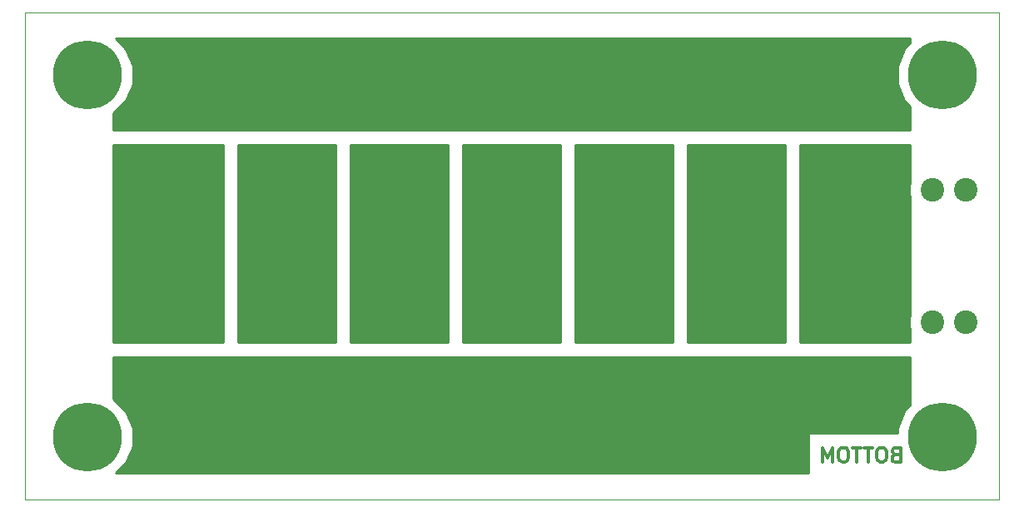
<source format=gbr>
G04 #@! TF.FileFunction,Copper,L2,Bot,Signal*
%FSLAX46Y46*%
G04 Gerber Fmt 4.6, Leading zero omitted, Abs format (unit mm)*
G04 Created by KiCad (PCBNEW 4.0.6) date 06/22/17 12:13:26*
%MOMM*%
%LPD*%
G01*
G04 APERTURE LIST*
%ADD10C,0.100000*%
%ADD11C,0.300000*%
%ADD12C,7.000000*%
%ADD13C,2.400000*%
%ADD14C,4.572000*%
%ADD15C,0.250000*%
%ADD16C,0.254000*%
G04 APERTURE END LIST*
D10*
D11*
X179994286Y-122447857D02*
X179780000Y-122519286D01*
X179708572Y-122590714D01*
X179637143Y-122733571D01*
X179637143Y-122947857D01*
X179708572Y-123090714D01*
X179780000Y-123162143D01*
X179922858Y-123233571D01*
X180494286Y-123233571D01*
X180494286Y-121733571D01*
X179994286Y-121733571D01*
X179851429Y-121805000D01*
X179780000Y-121876429D01*
X179708572Y-122019286D01*
X179708572Y-122162143D01*
X179780000Y-122305000D01*
X179851429Y-122376429D01*
X179994286Y-122447857D01*
X180494286Y-122447857D01*
X178708572Y-121733571D02*
X178422858Y-121733571D01*
X178280000Y-121805000D01*
X178137143Y-121947857D01*
X178065715Y-122233571D01*
X178065715Y-122733571D01*
X178137143Y-123019286D01*
X178280000Y-123162143D01*
X178422858Y-123233571D01*
X178708572Y-123233571D01*
X178851429Y-123162143D01*
X178994286Y-123019286D01*
X179065715Y-122733571D01*
X179065715Y-122233571D01*
X178994286Y-121947857D01*
X178851429Y-121805000D01*
X178708572Y-121733571D01*
X177637143Y-121733571D02*
X176780000Y-121733571D01*
X177208571Y-123233571D02*
X177208571Y-121733571D01*
X176494286Y-121733571D02*
X175637143Y-121733571D01*
X176065714Y-123233571D02*
X176065714Y-121733571D01*
X174851429Y-121733571D02*
X174565715Y-121733571D01*
X174422857Y-121805000D01*
X174280000Y-121947857D01*
X174208572Y-122233571D01*
X174208572Y-122733571D01*
X174280000Y-123019286D01*
X174422857Y-123162143D01*
X174565715Y-123233571D01*
X174851429Y-123233571D01*
X174994286Y-123162143D01*
X175137143Y-123019286D01*
X175208572Y-122733571D01*
X175208572Y-122233571D01*
X175137143Y-121947857D01*
X174994286Y-121805000D01*
X174851429Y-121733571D01*
X173565714Y-123233571D02*
X173565714Y-121733571D01*
X173065714Y-122805000D01*
X172565714Y-121733571D01*
X172565714Y-123233571D01*
D10*
X91440000Y-77470000D02*
X97790000Y-77470000D01*
X97790000Y-127000000D02*
X91440000Y-127000000D01*
X184150000Y-127000000D02*
X190500000Y-127000000D01*
X184150000Y-77470000D02*
X190500000Y-77470000D01*
X91440000Y-127000000D02*
X91440000Y-77470000D01*
X184150000Y-127000000D02*
X97790000Y-127000000D01*
X190500000Y-77470000D02*
X190500000Y-127000000D01*
X97790000Y-77470000D02*
X184150000Y-77470000D01*
D12*
X184785000Y-83820000D03*
X97790000Y-83820000D03*
X97790000Y-120650000D03*
D13*
X108380000Y-105025000D03*
X104980000Y-105025000D03*
X108380000Y-118495000D03*
X104980000Y-118495000D03*
X119810000Y-105025000D03*
X116410000Y-105025000D03*
X119810000Y-118495000D03*
X116410000Y-118495000D03*
X131240000Y-105025000D03*
X127840000Y-105025000D03*
X131240000Y-118495000D03*
X127840000Y-118495000D03*
X142670000Y-105025000D03*
X139270000Y-105025000D03*
X142670000Y-118495000D03*
X139270000Y-118495000D03*
X154100000Y-105025000D03*
X150700000Y-105025000D03*
X154100000Y-118495000D03*
X150700000Y-118495000D03*
X165530000Y-105025000D03*
X162130000Y-105025000D03*
X165530000Y-118495000D03*
X162130000Y-118495000D03*
X176960000Y-105025000D03*
X173560000Y-105025000D03*
X176960000Y-118495000D03*
X173560000Y-118495000D03*
D14*
X106680000Y-94107000D03*
X106680000Y-86233000D03*
X118110000Y-94107000D03*
X118110000Y-86233000D03*
X129540000Y-94107000D03*
X129540000Y-86233000D03*
X140970000Y-94107000D03*
X140970000Y-86233000D03*
X152400000Y-94107000D03*
X152400000Y-86233000D03*
X163830000Y-94107000D03*
X163830000Y-86233000D03*
X175260000Y-94107000D03*
X175260000Y-86233000D03*
D12*
X184785000Y-120650000D03*
D13*
X183720000Y-108970000D03*
X187120000Y-108970000D03*
X183720000Y-95500000D03*
X187120000Y-95500000D03*
D15*
X108380000Y-105025000D02*
X104980000Y-105025000D01*
X106680000Y-94107000D02*
X106680000Y-103325000D01*
X106680000Y-103325000D02*
X108380000Y-105025000D01*
X108380000Y-118495000D02*
X116410000Y-118495000D01*
X116410000Y-118495000D02*
X119810000Y-118495000D01*
X119810000Y-118495000D02*
X127840000Y-118495000D01*
X127840000Y-118495000D02*
X131240000Y-118495000D01*
X131240000Y-118495000D02*
X139270000Y-118495000D01*
X139270000Y-118495000D02*
X142670000Y-118495000D01*
X142670000Y-118495000D02*
X150700000Y-118495000D01*
X150700000Y-118495000D02*
X154100000Y-118495000D01*
X154100000Y-118495000D02*
X162130000Y-118495000D01*
X162130000Y-118495000D02*
X165530000Y-118495000D01*
X165530000Y-118495000D02*
X173560000Y-118495000D01*
X173560000Y-118495000D02*
X176960000Y-118495000D01*
X104980000Y-118495000D02*
X108380000Y-118495000D01*
X119810000Y-105025000D02*
X116410000Y-105025000D01*
X118110000Y-94107000D02*
X118110000Y-103325000D01*
X118110000Y-103325000D02*
X119810000Y-105025000D01*
X131240000Y-105025000D02*
X127840000Y-105025000D01*
X129540000Y-94107000D02*
X129540000Y-103325000D01*
X129540000Y-103325000D02*
X131240000Y-105025000D01*
X142670000Y-105025000D02*
X139270000Y-105025000D01*
X140970000Y-94107000D02*
X140970000Y-103325000D01*
X140970000Y-103325000D02*
X142670000Y-105025000D01*
X154100000Y-105025000D02*
X150700000Y-105025000D01*
X152400000Y-94107000D02*
X152400000Y-103325000D01*
X152400000Y-103325000D02*
X154100000Y-105025000D01*
X165530000Y-105025000D02*
X162130000Y-105025000D01*
X163830000Y-94107000D02*
X163830000Y-103325000D01*
X163830000Y-103325000D02*
X165530000Y-105025000D01*
X176960000Y-105025000D02*
X173560000Y-105025000D01*
X175260000Y-94107000D02*
X175260000Y-103325000D01*
X175260000Y-103325000D02*
X176960000Y-105025000D01*
X106680000Y-86233000D02*
X118110000Y-86233000D01*
X118110000Y-86233000D02*
X129540000Y-86233000D01*
X129540000Y-86233000D02*
X140970000Y-86233000D01*
X140970000Y-86233000D02*
X152400000Y-86233000D01*
X152400000Y-86233000D02*
X163830000Y-86233000D01*
X163830000Y-86233000D02*
X175260000Y-86233000D01*
D16*
G36*
X134493000Y-110998000D02*
X124587000Y-110998000D01*
X124587000Y-90932000D01*
X134493000Y-90932000D01*
X134493000Y-110998000D01*
X134493000Y-110998000D01*
G37*
X134493000Y-110998000D02*
X124587000Y-110998000D01*
X124587000Y-90932000D01*
X134493000Y-90932000D01*
X134493000Y-110998000D01*
G36*
X145923000Y-110998000D02*
X136017000Y-110998000D01*
X136017000Y-90932000D01*
X145923000Y-90932000D01*
X145923000Y-110998000D01*
X145923000Y-110998000D01*
G37*
X145923000Y-110998000D02*
X136017000Y-110998000D01*
X136017000Y-90932000D01*
X145923000Y-90932000D01*
X145923000Y-110998000D01*
G36*
X157353000Y-110998000D02*
X147447000Y-110998000D01*
X147447000Y-90932000D01*
X157353000Y-90932000D01*
X157353000Y-110998000D01*
X157353000Y-110998000D01*
G37*
X157353000Y-110998000D02*
X147447000Y-110998000D01*
X147447000Y-90932000D01*
X157353000Y-90932000D01*
X157353000Y-110998000D01*
G36*
X181483000Y-94819329D02*
X181393404Y-95035100D01*
X181392597Y-95960838D01*
X181483000Y-96179630D01*
X181483000Y-108289329D01*
X181393404Y-108505100D01*
X181392597Y-109430838D01*
X181483000Y-109649630D01*
X181483000Y-110998000D01*
X170307000Y-110998000D01*
X170307000Y-90932000D01*
X181483000Y-90932000D01*
X181483000Y-94819329D01*
X181483000Y-94819329D01*
G37*
X181483000Y-94819329D02*
X181393404Y-95035100D01*
X181392597Y-95960838D01*
X181483000Y-96179630D01*
X181483000Y-108289329D01*
X181393404Y-108505100D01*
X181392597Y-109430838D01*
X181483000Y-109649630D01*
X181483000Y-110998000D01*
X170307000Y-110998000D01*
X170307000Y-90932000D01*
X181483000Y-90932000D01*
X181483000Y-94819329D01*
G36*
X168783000Y-110998000D02*
X158877000Y-110998000D01*
X158877000Y-90932000D01*
X168783000Y-90932000D01*
X168783000Y-110998000D01*
X168783000Y-110998000D01*
G37*
X168783000Y-110998000D02*
X158877000Y-110998000D01*
X158877000Y-90932000D01*
X168783000Y-90932000D01*
X168783000Y-110998000D01*
G36*
X111633000Y-110998000D02*
X100457000Y-110998000D01*
X100457000Y-90932000D01*
X111633000Y-90932000D01*
X111633000Y-110998000D01*
X111633000Y-110998000D01*
G37*
X111633000Y-110998000D02*
X100457000Y-110998000D01*
X100457000Y-90932000D01*
X111633000Y-90932000D01*
X111633000Y-110998000D01*
G36*
X181483000Y-80578379D02*
X180864708Y-81195593D01*
X180158805Y-82895595D01*
X180157199Y-84736329D01*
X180860133Y-86437561D01*
X181483000Y-87061516D01*
X181483000Y-89408000D01*
X100457000Y-89408000D01*
X100457000Y-87695514D01*
X101710292Y-86444407D01*
X102416195Y-84744405D01*
X102417801Y-82903671D01*
X101714867Y-81202439D01*
X100651285Y-80137000D01*
X181483000Y-80137000D01*
X181483000Y-80578379D01*
X181483000Y-80578379D01*
G37*
X181483000Y-80578379D02*
X180864708Y-81195593D01*
X180158805Y-82895595D01*
X180157199Y-84736329D01*
X180860133Y-86437561D01*
X181483000Y-87061516D01*
X181483000Y-89408000D01*
X100457000Y-89408000D01*
X100457000Y-87695514D01*
X101710292Y-86444407D01*
X102416195Y-84744405D01*
X102417801Y-82903671D01*
X101714867Y-81202439D01*
X100651285Y-80137000D01*
X181483000Y-80137000D01*
X181483000Y-80578379D01*
G36*
X123063000Y-110998000D02*
X113157000Y-110998000D01*
X113157000Y-90932000D01*
X123063000Y-90932000D01*
X123063000Y-110998000D01*
X123063000Y-110998000D01*
G37*
X123063000Y-110998000D02*
X113157000Y-110998000D01*
X113157000Y-90932000D01*
X123063000Y-90932000D01*
X123063000Y-110998000D01*
G36*
X181483000Y-117408379D02*
X180864708Y-118025593D01*
X180158805Y-119725595D01*
X180158367Y-120228000D01*
X171081571Y-120228000D01*
X171081571Y-124333000D01*
X100649850Y-124333000D01*
X101710292Y-123274407D01*
X102416195Y-121574405D01*
X102417801Y-119733671D01*
X101714867Y-118032439D01*
X100457000Y-116772375D01*
X100457000Y-112522000D01*
X181483000Y-112522000D01*
X181483000Y-117408379D01*
X181483000Y-117408379D01*
G37*
X181483000Y-117408379D02*
X180864708Y-118025593D01*
X180158805Y-119725595D01*
X180158367Y-120228000D01*
X171081571Y-120228000D01*
X171081571Y-124333000D01*
X100649850Y-124333000D01*
X101710292Y-123274407D01*
X102416195Y-121574405D01*
X102417801Y-119733671D01*
X101714867Y-118032439D01*
X100457000Y-116772375D01*
X100457000Y-112522000D01*
X181483000Y-112522000D01*
X181483000Y-117408379D01*
M02*

</source>
